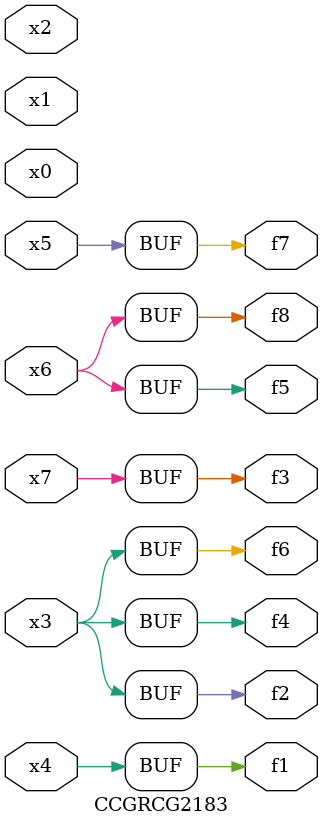
<source format=v>
module CCGRCG2183(
	input x0, x1, x2, x3, x4, x5, x6, x7,
	output f1, f2, f3, f4, f5, f6, f7, f8
);
	assign f1 = x4;
	assign f2 = x3;
	assign f3 = x7;
	assign f4 = x3;
	assign f5 = x6;
	assign f6 = x3;
	assign f7 = x5;
	assign f8 = x6;
endmodule

</source>
